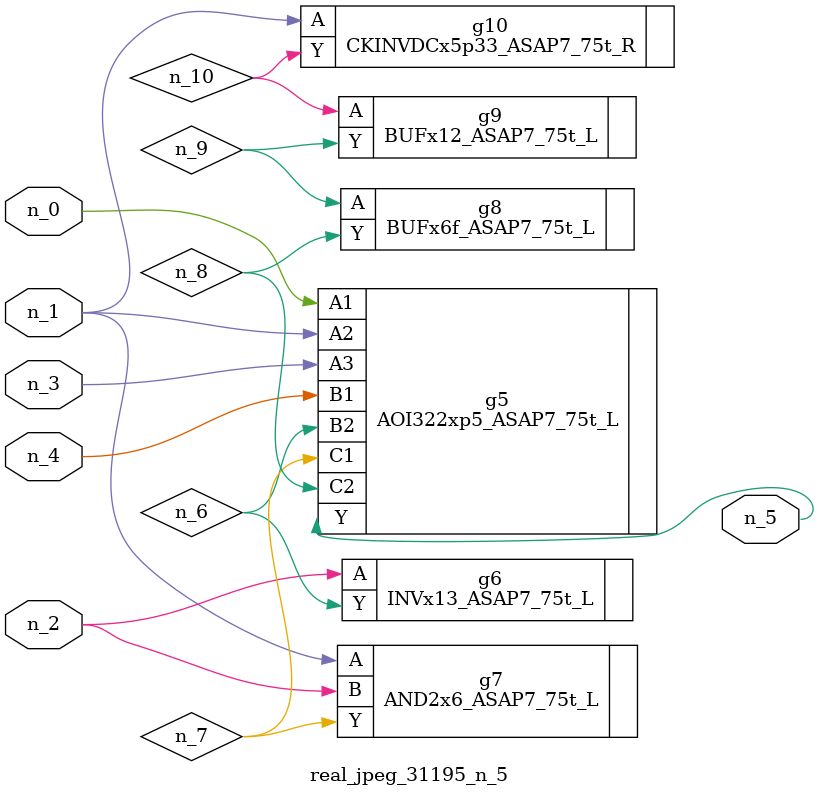
<source format=v>
module real_jpeg_31195_n_5 (n_4, n_0, n_1, n_2, n_3, n_5);

input n_4;
input n_0;
input n_1;
input n_2;
input n_3;

output n_5;

wire n_8;
wire n_6;
wire n_7;
wire n_10;
wire n_9;

AOI322xp5_ASAP7_75t_L g5 ( 
.A1(n_0),
.A2(n_1),
.A3(n_3),
.B1(n_4),
.B2(n_6),
.C1(n_7),
.C2(n_8),
.Y(n_5)
);

AND2x6_ASAP7_75t_L g7 ( 
.A(n_1),
.B(n_2),
.Y(n_7)
);

CKINVDCx5p33_ASAP7_75t_R g10 ( 
.A(n_1),
.Y(n_10)
);

INVx13_ASAP7_75t_L g6 ( 
.A(n_2),
.Y(n_6)
);

BUFx6f_ASAP7_75t_L g8 ( 
.A(n_9),
.Y(n_8)
);

BUFx12_ASAP7_75t_L g9 ( 
.A(n_10),
.Y(n_9)
);


endmodule
</source>
